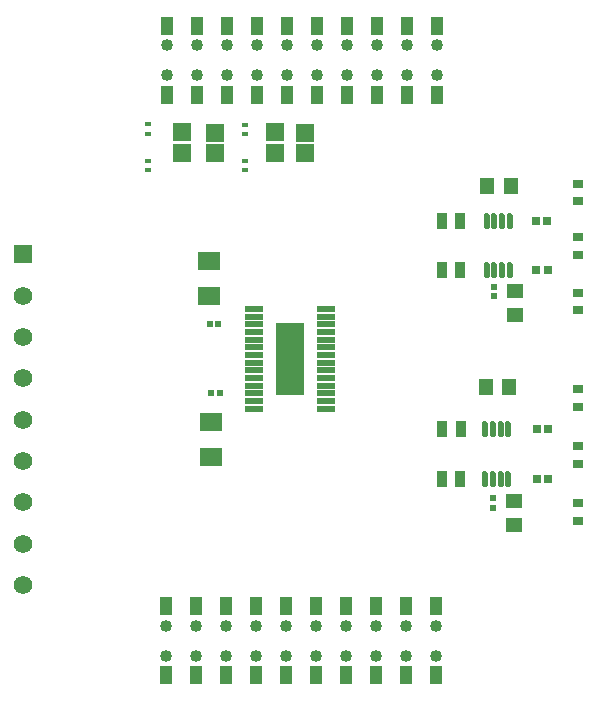
<source format=gbr>
%TF.GenerationSoftware,Altium Limited,Altium Designer,22.9.1 (49)*%
G04 Layer_Color=255*
%FSLAX25Y25*%
%MOIN*%
%TF.SameCoordinates,3D4AB22D-4464-4A1E-8ED4-CD8DD9DE0D00*%
%TF.FilePolarity,Positive*%
%TF.FileFunction,Pads,Top*%
%TF.Part,Single*%
G01*
G75*
%TA.AperFunction,ConnectorPad*%
%ADD10R,0.03937X0.06142*%
%TA.AperFunction,SMDPad,CuDef*%
%ADD11R,0.03937X0.06142*%
G04:AMPARAMS|DCode=12|XSize=94.49mil|YSize=242.91mil|CornerRadius=1.89mil|HoleSize=0mil|Usage=FLASHONLY|Rotation=0.000|XOffset=0mil|YOffset=0mil|HoleType=Round|Shape=RoundedRectangle|*
%AMROUNDEDRECTD12*
21,1,0.09449,0.23913,0,0,0.0*
21,1,0.09071,0.24291,0,0,0.0*
1,1,0.00378,0.04535,-0.11957*
1,1,0.00378,-0.04535,-0.11957*
1,1,0.00378,-0.04535,0.11957*
1,1,0.00378,0.04535,0.11957*
%
%ADD12ROUNDEDRECTD12*%
G04:AMPARAMS|DCode=13|XSize=17.72mil|YSize=62.99mil|CornerRadius=1.95mil|HoleSize=0mil|Usage=FLASHONLY|Rotation=90.000|XOffset=0mil|YOffset=0mil|HoleType=Round|Shape=RoundedRectangle|*
%AMROUNDEDRECTD13*
21,1,0.01772,0.05909,0,0,90.0*
21,1,0.01382,0.06299,0,0,90.0*
1,1,0.00390,0.02955,0.00691*
1,1,0.00390,0.02955,-0.00691*
1,1,0.00390,-0.02955,-0.00691*
1,1,0.00390,-0.02955,0.00691*
%
%ADD13ROUNDEDRECTD13*%
%ADD14R,0.06127X0.06213*%
%ADD15R,0.03740X0.05315*%
%ADD16R,0.07316X0.05928*%
%ADD17R,0.03543X0.03150*%
%ADD18R,0.02756X0.02559*%
%ADD19R,0.02029X0.01860*%
%ADD20R,0.01968X0.01575*%
%ADD21R,0.04724X0.05709*%
%ADD22R,0.05709X0.04724*%
G04:AMPARAMS|DCode=23|XSize=17.72mil|YSize=51.18mil|CornerRadius=4.43mil|HoleSize=0mil|Usage=FLASHONLY|Rotation=180.000|XOffset=0mil|YOffset=0mil|HoleType=Round|Shape=RoundedRectangle|*
%AMROUNDEDRECTD23*
21,1,0.01772,0.04232,0,0,180.0*
21,1,0.00886,0.05118,0,0,180.0*
1,1,0.00886,-0.00443,0.02116*
1,1,0.00886,0.00443,0.02116*
1,1,0.00886,0.00443,-0.02116*
1,1,0.00886,-0.00443,-0.02116*
%
%ADD23ROUNDEDRECTD23*%
G04:AMPARAMS|DCode=24|XSize=17.72mil|YSize=51.18mil|CornerRadius=4.43mil|HoleSize=0mil|Usage=FLASHONLY|Rotation=180.000|XOffset=0mil|YOffset=0mil|HoleType=Round|Shape=RoundedRectangle|*
%AMROUNDEDRECTD24*
21,1,0.01772,0.04232,0,0,180.0*
21,1,0.00886,0.05118,0,0,180.0*
1,1,0.00886,-0.00443,0.02116*
1,1,0.00886,0.00443,0.02116*
1,1,0.00886,0.00443,-0.02116*
1,1,0.00886,-0.00443,-0.02116*
%
%ADD24ROUNDEDRECTD24*%
%ADD25R,0.02047X0.02047*%
%TA.AperFunction,ComponentPad*%
%ADD28C,0.04016*%
%ADD29C,0.06165*%
%ADD30R,0.06165X0.06165*%
D10*
X126417Y247563D02*
D03*
X206417Y270437D02*
D03*
Y247563D02*
D03*
X196417Y270437D02*
D03*
Y247563D02*
D03*
X186417Y270437D02*
D03*
Y247563D02*
D03*
X176417Y270437D02*
D03*
Y247563D02*
D03*
X166417Y270437D02*
D03*
Y247563D02*
D03*
X156417Y270437D02*
D03*
Y247563D02*
D03*
X146417Y270437D02*
D03*
Y247563D02*
D03*
X136417Y270437D02*
D03*
Y247563D02*
D03*
X126417Y270437D02*
D03*
X116417D02*
D03*
Y247563D02*
D03*
D11*
X116000Y54063D02*
D03*
X136000D02*
D03*
X146000D02*
D03*
X156000D02*
D03*
X166000D02*
D03*
X176000D02*
D03*
X186000D02*
D03*
X196000D02*
D03*
X206000D02*
D03*
Y76937D02*
D03*
X196000D02*
D03*
X186000D02*
D03*
X176000D02*
D03*
X166000D02*
D03*
X156000D02*
D03*
X146000D02*
D03*
X136000D02*
D03*
X126000D02*
D03*
Y54063D02*
D03*
X116000Y76937D02*
D03*
D12*
X157295Y159500D02*
D03*
D13*
X169303Y160780D02*
D03*
X145287D02*
D03*
X169303Y158221D02*
D03*
X145287D02*
D03*
Y153102D02*
D03*
Y155661D02*
D03*
Y165898D02*
D03*
Y163339D02*
D03*
X169303Y153102D02*
D03*
Y165898D02*
D03*
X145287Y150543D02*
D03*
Y168457D02*
D03*
Y147984D02*
D03*
Y171016D02*
D03*
X169303Y163339D02*
D03*
X145287Y142866D02*
D03*
Y145425D02*
D03*
Y173575D02*
D03*
Y176134D02*
D03*
X169303Y150543D02*
D03*
Y147984D02*
D03*
Y145425D02*
D03*
Y142866D02*
D03*
Y168457D02*
D03*
Y171016D02*
D03*
Y173575D02*
D03*
Y176134D02*
D03*
Y155661D02*
D03*
D14*
X152500Y228145D02*
D03*
Y234949D02*
D03*
X162500Y228098D02*
D03*
Y234902D02*
D03*
X121500Y228145D02*
D03*
Y234949D02*
D03*
X132500Y228098D02*
D03*
Y234902D02*
D03*
D15*
X214051Y189000D02*
D03*
X207949D02*
D03*
X214000Y205500D02*
D03*
X207898D02*
D03*
X214209Y136000D02*
D03*
X208106D02*
D03*
X214051Y119500D02*
D03*
X207949D02*
D03*
D16*
X130500Y180500D02*
D03*
Y192124D02*
D03*
X131000Y138500D02*
D03*
Y126876D02*
D03*
D17*
X253500Y194047D02*
D03*
Y199953D02*
D03*
Y149453D02*
D03*
Y143547D02*
D03*
Y175594D02*
D03*
Y181500D02*
D03*
Y124547D02*
D03*
Y130453D02*
D03*
Y217905D02*
D03*
Y212000D02*
D03*
Y105547D02*
D03*
Y111453D02*
D03*
D18*
X243370Y136000D02*
D03*
X239630D02*
D03*
X243370Y119500D02*
D03*
X239630D02*
D03*
X243000Y205500D02*
D03*
X239260D02*
D03*
X243240Y189000D02*
D03*
X239500D02*
D03*
D19*
X133990Y148000D02*
D03*
X131010D02*
D03*
X133490Y171000D02*
D03*
X130510D02*
D03*
D20*
X110000Y222350D02*
D03*
Y225500D02*
D03*
Y234500D02*
D03*
Y237650D02*
D03*
X142500Y234425D02*
D03*
Y237575D02*
D03*
Y222425D02*
D03*
Y225575D02*
D03*
D21*
X222563Y150000D02*
D03*
X230437D02*
D03*
X223063Y217000D02*
D03*
X230937D02*
D03*
D22*
X232000Y104126D02*
D03*
Y112000D02*
D03*
X232500Y174126D02*
D03*
Y182000D02*
D03*
D23*
X222441Y136035D02*
D03*
X230118Y119500D02*
D03*
X225000D02*
D03*
X222441D02*
D03*
X227559Y136035D02*
D03*
X225000D02*
D03*
X227559Y119500D02*
D03*
X222941Y205535D02*
D03*
X230618Y189000D02*
D03*
X225500D02*
D03*
X222941D02*
D03*
X228059Y205535D02*
D03*
X225500D02*
D03*
X228059Y189000D02*
D03*
D24*
X230118Y136035D02*
D03*
X230618Y205535D02*
D03*
D25*
X225500Y183575D02*
D03*
Y180425D02*
D03*
X225000Y113000D02*
D03*
Y109850D02*
D03*
D28*
X206000Y60500D02*
D03*
X196000D02*
D03*
X186000D02*
D03*
X176000D02*
D03*
X166000D02*
D03*
X156000D02*
D03*
X146000D02*
D03*
X136000D02*
D03*
X126000D02*
D03*
X116000D02*
D03*
X206000Y70500D02*
D03*
X196000D02*
D03*
X186000D02*
D03*
X176000D02*
D03*
X166000D02*
D03*
X156000D02*
D03*
X146000D02*
D03*
X136000D02*
D03*
X126000D02*
D03*
X116000D02*
D03*
X206417Y254000D02*
D03*
X196417D02*
D03*
X186417D02*
D03*
X176417D02*
D03*
X166417D02*
D03*
X156417D02*
D03*
X146417D02*
D03*
X136417D02*
D03*
X126417D02*
D03*
X116417D02*
D03*
X206417Y264000D02*
D03*
X196417D02*
D03*
X186417D02*
D03*
X176417D02*
D03*
X166417D02*
D03*
X156417D02*
D03*
X146417D02*
D03*
X136417D02*
D03*
X126417D02*
D03*
X116417D02*
D03*
D29*
X68500Y125382D02*
D03*
Y139161D02*
D03*
Y152941D02*
D03*
Y166720D02*
D03*
Y180500D02*
D03*
Y84043D02*
D03*
Y97823D02*
D03*
Y111602D02*
D03*
D30*
Y194280D02*
D03*
%TF.MD5,50a4585bcdf582a223b5a7779a013f52*%
M02*

</source>
